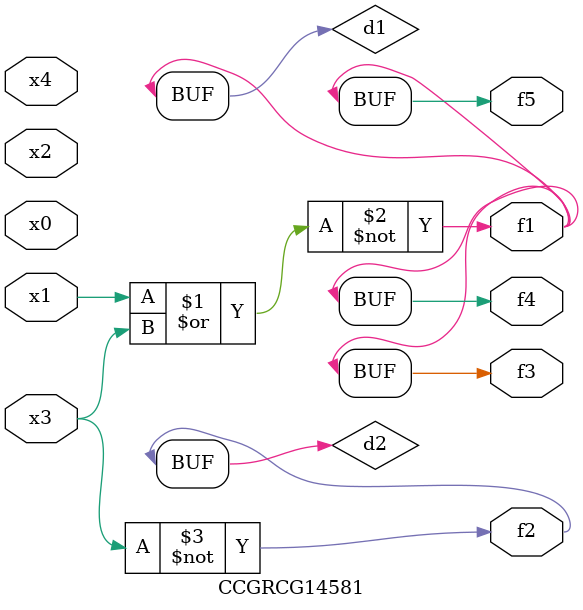
<source format=v>
module CCGRCG14581(
	input x0, x1, x2, x3, x4,
	output f1, f2, f3, f4, f5
);

	wire d1, d2;

	nor (d1, x1, x3);
	not (d2, x3);
	assign f1 = d1;
	assign f2 = d2;
	assign f3 = d1;
	assign f4 = d1;
	assign f5 = d1;
endmodule

</source>
